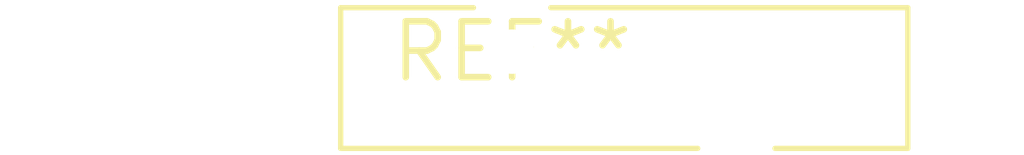
<source format=kicad_pcb>
(kicad_pcb (version 20240108) (generator pcbnew)
  (layers (0 "F.Cu" signal) (31 "B.Cu" signal) (34 "B.Paste" user) (35 "F.Paste" user) (36 "B.SilkS" user "B.Silkscreen") (37 "F.SilkS" user "F.Silkscreen") (38 "B.Mask" user) (39 "F.Mask" user) (44 "Edge.Cuts" user))
  (net 0 "")
  (footprint "Fuse_Bourns_MF-RG800" (layer "F.Cu") (at 0 0)
    (property "Reference" "REF**")
    (property "Value" "Fuse_Bourns_MF-RG800")
    (fp_line (start -3.9 -1) (end -3.9 2.2) (layer "F.SilkS") (stroke (width 0.12)))
    (fp_line (start -3.9 -1) (end -0.879 -1) (layer "F.SilkS") (stroke (width 0.12)))
    (fp_line (start -3.9 2.2) (end 4.222 2.2) (layer "F.SilkS") (stroke (width 0.12)))
    (fp_line (start 0.879 -1) (end 9 -1) (layer "F.SilkS") (stroke (width 0.12)))
    (fp_line (start 5.979 2.2) (end 9 2.2) (layer "F.SilkS") (stroke (width 0.12)))
    (fp_line (start 9 -1) (end 9 2.2) (layer "F.SilkS") (stroke (width 0.12)))
    (pad "1" thru_hole circle (at 0 0) (size 2.01 2.01) (drill 1.01) (layers *.Cu *.Mask) (remove_unused_layers))
    (pad "2" thru_hole circle (at 5.1 1.2) (size 2.01 2.01) (drill 1.01) (layers *.Cu *.Mask) (remove_unused_layers))
  )
)
</source>
